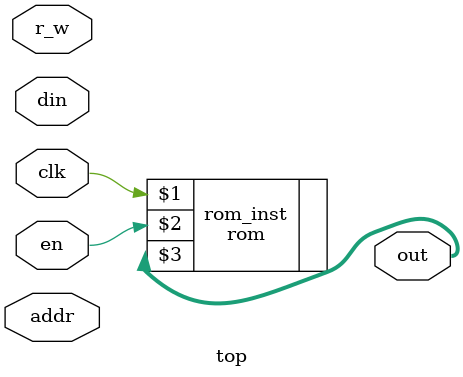
<source format=v>
`timescale 1ns / 1ps

module top(clk, en, din, addr, r_w, out);
    input clk, r_w, en;
    input [7:0] addr;
    input [31:0] din;
    output [31:0] out;
    
    //ram ram_inst(clk, din, addr, r_w, out); for ram
    rom rom_inst(clk, en, out);
    
endmodule

</source>
